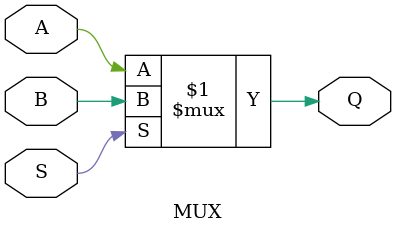
<source format=v>
module MUX (
	input wire A,
	input wire B,
	input wire S,
	output wire Q
);

assign Q = (S)? B : A;

endmodule


</source>
